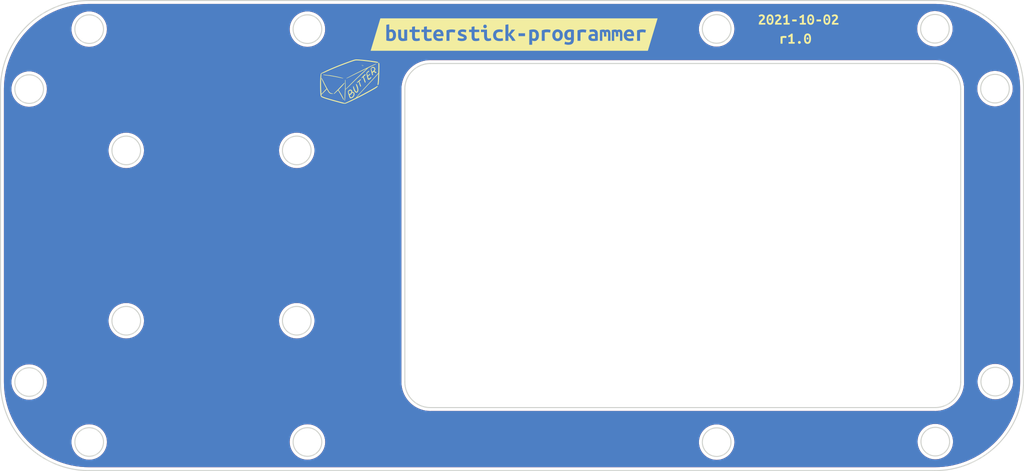
<source format=kicad_pcb>
(kicad_pcb (version 20210925) (generator pcbnew)
  (title_block (title "programming jig") (date "2021-10-04") (rev "r1.0") (company "GsD - @gregdavill") (comment 1 "mid PCB"))
  (layers (0 "F.Cu" signal) (31 "B.Cu" signal) (34 "B.Paste" user) (35 "F.Paste" user) (36 "B.SilkS" user "B.Silkscreen") (37 "F.SilkS" user "F.Silkscreen") (38 "B.Mask" user) (39 "F.Mask" user) (44 "Edge.Cuts" user))
  (net 0 "")
  (net 1 "GND")
  (footprint "kibuzzard-615A7324" (layer "F.Cu") (at 116.70368 73.75)
    (fp_text reference "kibuzzard-615A7324" hide)
    (fp_text value "G***" hide)
  )
  (footprint "kibuzzard-615A7371" (layer "F.Cu") (at 158.00368 74.35)
    (fp_text reference "kibuzzard-615A7371" hide)
    (fp_text value "G***" hide)
  )
  (footprint "kibuzzard-615A738C" (layer "F.Cu") (at 158.40368 71.55)
    (fp_text reference "kibuzzard-615A738C" hide)
    (fp_text value "G***" hide)
  )
  (footprint "logo" (layer "F.Cu") (at 92.38731 80.321691)
    (fp_text reference "G***" hide)
    (fp_text value "LOGO" hide)
  )
  (gr_line (start 104.431125 128.498048) (end 178.431125 128.498048) (layer "Edge.Cuts") (width 0.15))
  (gr_circle (center 59.837477 90.751728) (end 57.737477 90.751728) (layer "Edge.Cuts") (width 0.15) (fill none))
  (gr_circle (center 187.211578 81.687446) (end 185.111579 81.687446) (layer "Edge.Cuts") (width 0.15) (fill none))
  (gr_arc (start 54.399805 124.751728) (end 41.399805 124.751728) (angle -90) (layer "Edge.Cuts") (width 0.15))
  (gr_line (start 191.399805 81.751728) (end 191.399805 124.751728) (layer "Edge.Cuts") (width 0.15))
  (gr_line (start 178.431125 77.998049) (end 104.431125 77.998048) (layer "Edge.Cuts") (width 0.15))
  (gr_arc (start 178.431125 124.748049) (end 178.431125 128.498048) (angle -90) (layer "Edge.Cuts") (width 0.15))
  (gr_circle (center 84.837477 90.751728) (end 82.737477 90.751728) (layer "Edge.Cuts") (width 0.15) (fill none))
  (gr_circle (center 146.403674 133.573333) (end 144.303674 133.573334) (layer "Edge.Cuts") (width 0.15) (fill none))
  (gr_arc (start 104.431125 81.748048) (end 104.431125 77.998048) (angle -90) (layer "Edge.Cuts") (width 0.15))
  (gr_circle (center 146.401702 72.924492) (end 144.301702 72.924492) (layer "Edge.Cuts") (width 0.15) (fill none))
  (gr_circle (center 187.249219 124.688355) (end 185.149219 124.688354) (layer "Edge.Cuts") (width 0.15) (fill none))
  (gr_circle (center 45.601205 124.752654) (end 43.501203 124.752654) (layer "Edge.Cuts") (width 0.15) (fill none))
  (gr_arc (start 178.431125 81.748048) (end 182.181124 81.748048) (angle -90) (layer "Edge.Cuts") (width 0.15))
  (gr_line (start 54.399806 68.751728) (end 178.399805 68.751729) (layer "Edge.Cuts") (width 0.15))
  (gr_arc (start 178.399805 124.751728) (end 178.399804 137.751727) (angle -90) (layer "Edge.Cuts") (width 0.15))
  (gr_circle (center 178.456639 133.495768) (end 176.356639 133.495768) (layer "Edge.Cuts") (width 0.15) (fill none))
  (gr_circle (center 45.599805 81.751728) (end 43.499806 81.751728) (layer "Edge.Cuts") (width 0.15) (fill none))
  (gr_line (start 41.399805 124.751728) (end 41.399805 81.751728) (layer "Edge.Cuts") (width 0.15))
  (gr_arc (start 54.399805 81.751728) (end 54.399806 68.751728) (angle -90) (layer "Edge.Cuts") (width 0.15))
  (gr_circle (center 54.399805 72.951729) (end 52.299805 72.951729) (layer "Edge.Cuts") (width 0.15) (fill none))
  (gr_arc (start 104.431125 124.748048) (end 100.681125 124.748048) (angle -90) (layer "Edge.Cuts") (width 0.15))
  (gr_circle (center 86.40368 133.55) (end 84.30368 133.55) (layer "Edge.Cuts") (width 0.15) (fill none))
  (gr_circle (center 59.837477 115.751727) (end 57.737477 115.751727) (layer "Edge.Cuts") (width 0.15) (fill none))
  (gr_circle (center 178.403592 72.895439) (end 176.303592 72.895439) (layer "Edge.Cuts") (width 0.15) (fill none))
  (gr_line (start 182.181125 124.748048) (end 182.181124 81.748048) (layer "Edge.Cuts") (width 0.15))
  (gr_circle (center 54.401776 133.552081) (end 52.301776 133.552081) (layer "Edge.Cuts") (width 0.15) (fill none))
  (gr_circle (center 86.401709 72.951729) (end 84.301709 72.951729) (layer "Edge.Cuts") (width 0.15) (fill none))
  (gr_line (start 100.681125 81.748048) (end 100.681125 124.748048) (layer "Edge.Cuts") (width 0.15))
  (gr_arc (start 178.399805 81.751728) (end 191.399805 81.751728) (angle -90) (layer "Edge.Cuts") (width 0.15))
  (gr_line (start 178.399804 137.751727) (end 54.399806 137.751728) (layer "Edge.Cuts") (width 0.15))
  (gr_circle (center 84.837477 115.751727) (end 82.737478 115.751727) (layer "Edge.Cuts") (width 0.15) (fill none))
  (zone (net 1) (net_name "GND") (layers F&B.Cu) (priority 5) (connect_pads no (clearance 0.2)) (min_thickness 0.2) (fill yes (thermal_gap 0.25) (thermal_bridge_width 0.25) (island_removal_mode 2) (island_area_min -1518.485687))
    (polygon (pts (xy 191.40368 137.75) (xy 41.40368 137.75) (xy 41.40368 68.75) (xy 191.40368 68.75)))
  )
)
</source>
